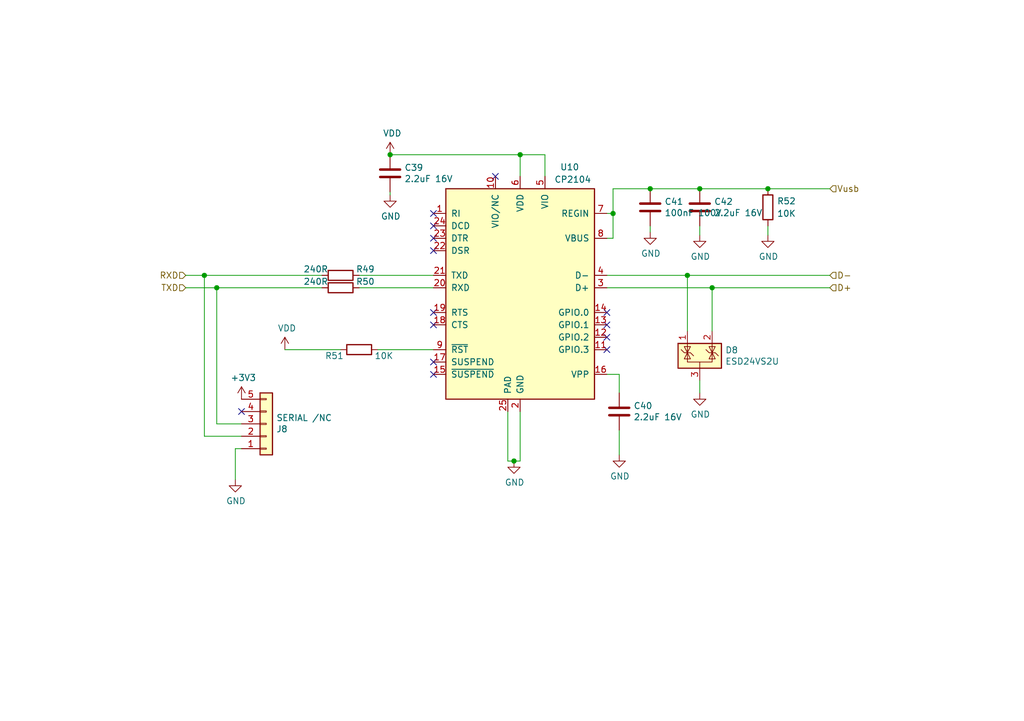
<source format=kicad_sch>
(kicad_sch (version 20230121) (generator eeschema)

  (uuid e795f9ad-d76a-4c10-bd3f-bfa4aa84c527)

  (paper "A5")

  (title_block
    (date "2023-10-19")
    (rev "V0.1")
    (company "teTra")
  )

  (lib_symbols
    (symbol "BMS-Master-rescue:+3.3V-power-BMS-Master-rescue" (power) (pin_names (offset 0)) (in_bom yes) (on_board yes)
      (property "Reference" "#PWR" (at 0 -3.81 0)
        (effects (font (size 1.27 1.27)) hide)
      )
      (property "Value" "+3.3V-power-BMS-Master-rescue" (at 0 3.556 0)
        (effects (font (size 1.27 1.27)))
      )
      (property "Footprint" "" (at 0 0 0)
        (effects (font (size 1.27 1.27)) hide)
      )
      (property "Datasheet" "" (at 0 0 0)
        (effects (font (size 1.27 1.27)) hide)
      )
      (symbol "+3.3V-power-BMS-Master-rescue_0_1"
        (polyline
          (pts
            (xy -0.762 1.27)
            (xy 0 2.54)
          )
          (stroke (width 0) (type solid))
          (fill (type none))
        )
        (polyline
          (pts
            (xy 0 0)
            (xy 0 2.54)
          )
          (stroke (width 0) (type solid))
          (fill (type none))
        )
        (polyline
          (pts
            (xy 0 2.54)
            (xy 0.762 1.27)
          )
          (stroke (width 0) (type solid))
          (fill (type none))
        )
      )
      (symbol "+3.3V-power-BMS-Master-rescue_1_1"
        (pin power_in line (at 0 0 90) (length 0) hide
          (name "+3V3" (effects (font (size 1.27 1.27))))
          (number "1" (effects (font (size 1.27 1.27))))
        )
      )
    )
    (symbol "BMS-Master-rescue:C-Device" (pin_numbers hide) (pin_names (offset 0.254)) (in_bom yes) (on_board yes)
      (property "Reference" "C" (at 0.635 2.54 0)
        (effects (font (size 1.27 1.27)) (justify left))
      )
      (property "Value" "Device_C" (at 0.635 -2.54 0)
        (effects (font (size 1.27 1.27)) (justify left))
      )
      (property "Footprint" "" (at 0.9652 -3.81 0)
        (effects (font (size 1.27 1.27)) hide)
      )
      (property "Datasheet" "" (at 0 0 0)
        (effects (font (size 1.27 1.27)) hide)
      )
      (property "ki_fp_filters" "C_*" (at 0 0 0)
        (effects (font (size 1.27 1.27)) hide)
      )
      (symbol "C-Device_0_1"
        (polyline
          (pts
            (xy -2.032 -0.762)
            (xy 2.032 -0.762)
          )
          (stroke (width 0.508) (type solid))
          (fill (type none))
        )
        (polyline
          (pts
            (xy -2.032 0.762)
            (xy 2.032 0.762)
          )
          (stroke (width 0.508) (type solid))
          (fill (type none))
        )
      )
      (symbol "C-Device_1_1"
        (pin passive line (at 0 3.81 270) (length 2.794)
          (name "~" (effects (font (size 1.27 1.27))))
          (number "1" (effects (font (size 1.27 1.27))))
        )
        (pin passive line (at 0 -3.81 90) (length 2.794)
          (name "~" (effects (font (size 1.27 1.27))))
          (number "2" (effects (font (size 1.27 1.27))))
        )
      )
    )
    (symbol "BMS-Master-rescue:CP2104-Interface_USB" (pin_names (offset 1.016)) (in_bom yes) (on_board yes)
      (property "Reference" "U" (at -7.62 23.495 0)
        (effects (font (size 1.27 1.27)) (justify right))
      )
      (property "Value" "Interface_USB_CP2104" (at -7.62 21.59 0)
        (effects (font (size 1.27 1.27)) (justify right))
      )
      (property "Footprint" "Package_DFN_QFN:QFN-24-1EP_4x4mm_P0.5mm_EP2.6x2.6mm" (at 3.81 -24.13 0)
        (effects (font (size 1.27 1.27)) (justify left) hide)
      )
      (property "Datasheet" "" (at -13.97 31.75 0)
        (effects (font (size 1.27 1.27)) hide)
      )
      (property "ki_fp_filters" "QFN*4x4mm*P0.5mm*" (at 0 0 0)
        (effects (font (size 1.27 1.27)) hide)
      )
      (symbol "CP2104-Interface_USB_0_1"
        (rectangle (start -15.24 20.32) (end 15.24 -22.86)
          (stroke (width 0.254) (type solid))
          (fill (type background))
        )
      )
      (symbol "CP2104-Interface_USB_1_1"
        (pin input line (at 17.78 15.24 180) (length 2.54)
          (name "RI" (effects (font (size 1.27 1.27))))
          (number "1" (effects (font (size 1.27 1.27))))
        )
        (pin power_out line (at 5.08 22.86 270) (length 2.54)
          (name "VIO/NC" (effects (font (size 1.27 1.27))))
          (number "10" (effects (font (size 1.27 1.27))))
        )
        (pin bidirectional line (at -17.78 -12.7 0) (length 2.54)
          (name "GPIO.3" (effects (font (size 1.27 1.27))))
          (number "11" (effects (font (size 1.27 1.27))))
        )
        (pin bidirectional line (at -17.78 -10.16 0) (length 2.54)
          (name "GPIO.2" (effects (font (size 1.27 1.27))))
          (number "12" (effects (font (size 1.27 1.27))))
        )
        (pin bidirectional line (at -17.78 -7.62 0) (length 2.54)
          (name "GPIO.1" (effects (font (size 1.27 1.27))))
          (number "13" (effects (font (size 1.27 1.27))))
        )
        (pin bidirectional line (at -17.78 -5.08 0) (length 2.54)
          (name "GPIO.0" (effects (font (size 1.27 1.27))))
          (number "14" (effects (font (size 1.27 1.27))))
        )
        (pin output line (at 17.78 -17.78 180) (length 2.54)
          (name "~{SUSPEND}" (effects (font (size 1.27 1.27))))
          (number "15" (effects (font (size 1.27 1.27))))
        )
        (pin passive line (at -17.78 -17.78 0) (length 2.54)
          (name "VPP" (effects (font (size 1.27 1.27))))
          (number "16" (effects (font (size 1.27 1.27))))
        )
        (pin output line (at 17.78 -15.24 180) (length 2.54)
          (name "SUSPEND" (effects (font (size 1.27 1.27))))
          (number "17" (effects (font (size 1.27 1.27))))
        )
        (pin input line (at 17.78 -7.62 180) (length 2.54)
          (name "CTS" (effects (font (size 1.27 1.27))))
          (number "18" (effects (font (size 1.27 1.27))))
        )
        (pin output line (at 17.78 -5.08 180) (length 2.54)
          (name "RTS" (effects (font (size 1.27 1.27))))
          (number "19" (effects (font (size 1.27 1.27))))
        )
        (pin power_in line (at 0 -25.4 90) (length 2.54)
          (name "GND" (effects (font (size 1.27 1.27))))
          (number "2" (effects (font (size 1.27 1.27))))
        )
        (pin input line (at 17.78 0 180) (length 2.54)
          (name "RXD" (effects (font (size 1.27 1.27))))
          (number "20" (effects (font (size 1.27 1.27))))
        )
        (pin output line (at 17.78 2.54 180) (length 2.54)
          (name "TXD" (effects (font (size 1.27 1.27))))
          (number "21" (effects (font (size 1.27 1.27))))
        )
        (pin input line (at 17.78 7.62 180) (length 2.54)
          (name "DSR" (effects (font (size 1.27 1.27))))
          (number "22" (effects (font (size 1.27 1.27))))
        )
        (pin output line (at 17.78 10.16 180) (length 2.54)
          (name "DTR" (effects (font (size 1.27 1.27))))
          (number "23" (effects (font (size 1.27 1.27))))
        )
        (pin input line (at 17.78 12.7 180) (length 2.54)
          (name "DCD" (effects (font (size 1.27 1.27))))
          (number "24" (effects (font (size 1.27 1.27))))
        )
        (pin power_in line (at 2.54 -25.4 90) (length 2.54)
          (name "PAD" (effects (font (size 1.27 1.27))))
          (number "25" (effects (font (size 1.27 1.27))))
        )
        (pin bidirectional line (at -17.78 0 0) (length 2.54)
          (name "D+" (effects (font (size 1.27 1.27))))
          (number "3" (effects (font (size 1.27 1.27))))
        )
        (pin bidirectional line (at -17.78 2.54 0) (length 2.54)
          (name "D-" (effects (font (size 1.27 1.27))))
          (number "4" (effects (font (size 1.27 1.27))))
        )
        (pin power_in line (at -5.08 22.86 270) (length 2.54)
          (name "VIO" (effects (font (size 1.27 1.27))))
          (number "5" (effects (font (size 1.27 1.27))))
        )
        (pin power_in line (at 0 22.86 270) (length 2.54)
          (name "VDD" (effects (font (size 1.27 1.27))))
          (number "6" (effects (font (size 1.27 1.27))))
        )
        (pin power_in line (at -17.78 15.24 0) (length 2.54)
          (name "REGIN" (effects (font (size 1.27 1.27))))
          (number "7" (effects (font (size 1.27 1.27))))
        )
        (pin input line (at -17.78 10.16 0) (length 2.54)
          (name "VBUS" (effects (font (size 1.27 1.27))))
          (number "8" (effects (font (size 1.27 1.27))))
        )
        (pin bidirectional line (at 17.78 -12.7 180) (length 2.54)
          (name "~{RST}" (effects (font (size 1.27 1.27))))
          (number "9" (effects (font (size 1.27 1.27))))
        )
      )
    )
    (symbol "BMS-Master-rescue:Conn_01x05-Connector_Generic-BMS-Master-rescue" (pin_names (offset 1.016) hide) (in_bom yes) (on_board yes)
      (property "Reference" "J" (at 0 7.62 0)
        (effects (font (size 1.27 1.27)))
      )
      (property "Value" "Conn_01x05-Connector_Generic-BMS-Master-rescue" (at 0 -7.62 0)
        (effects (font (size 1.27 1.27)))
      )
      (property "Footprint" "" (at 0 0 0)
        (effects (font (size 1.27 1.27)) hide)
      )
      (property "Datasheet" "" (at 0 0 0)
        (effects (font (size 1.27 1.27)) hide)
      )
      (property "ki_fp_filters" "Connector*:*_1x??_*" (at 0 0 0)
        (effects (font (size 1.27 1.27)) hide)
      )
      (symbol "Conn_01x05-Connector_Generic-BMS-Master-rescue_1_1"
        (rectangle (start -1.27 -4.953) (end 0 -5.207)
          (stroke (width 0.1524) (type solid))
          (fill (type none))
        )
        (rectangle (start -1.27 -2.413) (end 0 -2.667)
          (stroke (width 0.1524) (type solid))
          (fill (type none))
        )
        (rectangle (start -1.27 0.127) (end 0 -0.127)
          (stroke (width 0.1524) (type solid))
          (fill (type none))
        )
        (rectangle (start -1.27 2.667) (end 0 2.413)
          (stroke (width 0.1524) (type solid))
          (fill (type none))
        )
        (rectangle (start -1.27 5.207) (end 0 4.953)
          (stroke (width 0.1524) (type solid))
          (fill (type none))
        )
        (rectangle (start -1.27 6.35) (end 1.27 -6.35)
          (stroke (width 0.254) (type solid))
          (fill (type background))
        )
        (pin passive line (at -5.08 5.08 0) (length 3.81)
          (name "Pin_1" (effects (font (size 1.27 1.27))))
          (number "1" (effects (font (size 1.27 1.27))))
        )
        (pin passive line (at -5.08 2.54 0) (length 3.81)
          (name "Pin_2" (effects (font (size 1.27 1.27))))
          (number "2" (effects (font (size 1.27 1.27))))
        )
        (pin passive line (at -5.08 0 0) (length 3.81)
          (name "Pin_3" (effects (font (size 1.27 1.27))))
          (number "3" (effects (font (size 1.27 1.27))))
        )
        (pin passive line (at -5.08 -2.54 0) (length 3.81)
          (name "Pin_4" (effects (font (size 1.27 1.27))))
          (number "4" (effects (font (size 1.27 1.27))))
        )
        (pin passive line (at -5.08 -5.08 0) (length 3.81)
          (name "Pin_5" (effects (font (size 1.27 1.27))))
          (number "5" (effects (font (size 1.27 1.27))))
        )
      )
    )
    (symbol "Device:R" (pin_numbers hide) (pin_names (offset 0)) (in_bom yes) (on_board yes)
      (property "Reference" "R" (at 2.032 0 90)
        (effects (font (size 1.27 1.27)))
      )
      (property "Value" "R" (at 0 0 90)
        (effects (font (size 1.27 1.27)))
      )
      (property "Footprint" "" (at -1.778 0 90)
        (effects (font (size 1.27 1.27)) hide)
      )
      (property "Datasheet" "~" (at 0 0 0)
        (effects (font (size 1.27 1.27)) hide)
      )
      (property "ki_keywords" "R res resistor" (at 0 0 0)
        (effects (font (size 1.27 1.27)) hide)
      )
      (property "ki_description" "Resistor" (at 0 0 0)
        (effects (font (size 1.27 1.27)) hide)
      )
      (property "ki_fp_filters" "R_*" (at 0 0 0)
        (effects (font (size 1.27 1.27)) hide)
      )
      (symbol "R_0_1"
        (rectangle (start -1.016 -2.54) (end 1.016 2.54)
          (stroke (width 0.254) (type default))
          (fill (type none))
        )
      )
      (symbol "R_1_1"
        (pin passive line (at 0 3.81 270) (length 1.27)
          (name "~" (effects (font (size 1.27 1.27))))
          (number "1" (effects (font (size 1.27 1.27))))
        )
        (pin passive line (at 0 -3.81 90) (length 1.27)
          (name "~" (effects (font (size 1.27 1.27))))
          (number "2" (effects (font (size 1.27 1.27))))
        )
      )
    )
    (symbol "Power_Protection:SZNUP2105L" (pin_names hide) (in_bom yes) (on_board yes)
      (property "Reference" "D" (at 5.715 2.54 0)
        (effects (font (size 1.27 1.27)) (justify left))
      )
      (property "Value" "SZNUP2105L" (at 5.715 0.635 0)
        (effects (font (size 1.27 1.27)) (justify left))
      )
      (property "Footprint" "Package_TO_SOT_SMD:SOT-23" (at 5.715 -1.27 0)
        (effects (font (size 1.27 1.27)) (justify left) hide)
      )
      (property "Datasheet" "http://www.onsemi.com/pub_link/Collateral/NUP2105L-D.PDF" (at 3.175 3.175 0)
        (effects (font (size 1.27 1.27)) hide)
      )
      (property "ki_keywords" "can esd protection suppression transient automotive" (at 0 0 0)
        (effects (font (size 1.27 1.27)) hide)
      )
      (property "ki_description" "Dual Line CAN Bus Protector, 24Vrwm, Automotive Grade" (at 0 0 0)
        (effects (font (size 1.27 1.27)) hide)
      )
      (property "ki_fp_filters" "SOT?23*" (at 0 0 0)
        (effects (font (size 1.27 1.27)) hide)
      )
      (symbol "SZNUP2105L_0_0"
        (pin passive line (at 0 -5.08 90) (length 2.54)
          (name "A" (effects (font (size 1.27 1.27))))
          (number "3" (effects (font (size 1.27 1.27))))
        )
      )
      (symbol "SZNUP2105L_0_1"
        (rectangle (start -4.445 2.54) (end 4.445 -2.54)
          (stroke (width 0.254) (type default))
          (fill (type background))
        )
        (polyline
          (pts
            (xy -2.54 2.54)
            (xy -2.54 0.635)
          )
          (stroke (width 0) (type default))
          (fill (type none))
        )
        (polyline
          (pts
            (xy 0 -1.27)
            (xy 0 -2.54)
          )
          (stroke (width 0) (type default))
          (fill (type none))
        )
        (polyline
          (pts
            (xy 2.54 2.54)
            (xy 2.54 0.635)
          )
          (stroke (width 0) (type default))
          (fill (type none))
        )
        (polyline
          (pts
            (xy -3.81 1.27)
            (xy -3.175 0.635)
            (xy -1.905 0.635)
            (xy -1.27 0)
          )
          (stroke (width 0) (type default))
          (fill (type none))
        )
        (polyline
          (pts
            (xy -2.54 0.635)
            (xy -2.54 -1.27)
            (xy 2.54 -1.27)
            (xy 2.54 0.635)
          )
          (stroke (width 0) (type default))
          (fill (type none))
        )
        (polyline
          (pts
            (xy -2.54 0.635)
            (xy -1.905 -0.635)
            (xy -3.175 -0.635)
            (xy -2.54 0.635)
          )
          (stroke (width 0) (type default))
          (fill (type none))
        )
        (polyline
          (pts
            (xy 2.54 0.635)
            (xy 1.905 -0.635)
            (xy 3.175 -0.635)
            (xy 2.54 0.635)
          )
          (stroke (width 0) (type default))
          (fill (type none))
        )
        (polyline
          (pts
            (xy 2.54 0.635)
            (xy 3.175 1.905)
            (xy 1.905 1.905)
            (xy 2.54 0.635)
          )
          (stroke (width 0) (type default))
          (fill (type none))
        )
        (polyline
          (pts
            (xy -2.54 0.635)
            (xy -3.175 1.905)
            (xy -1.905 1.905)
            (xy -2.54 0.635)
            (xy -2.54 1.27)
          )
          (stroke (width 0) (type default))
          (fill (type none))
        )
        (polyline
          (pts
            (xy 1.27 1.27)
            (xy 1.905 0.635)
            (xy 2.54 0.635)
            (xy 3.175 0.635)
            (xy 3.81 0)
          )
          (stroke (width 0) (type default))
          (fill (type none))
        )
      )
      (symbol "SZNUP2105L_1_1"
        (pin passive line (at -2.54 5.08 270) (length 2.54)
          (name "K" (effects (font (size 1.27 1.27))))
          (number "1" (effects (font (size 1.27 1.27))))
        )
        (pin passive line (at 2.54 5.08 270) (length 2.54)
          (name "K" (effects (font (size 1.27 1.27))))
          (number "2" (effects (font (size 1.27 1.27))))
        )
      )
    )
    (symbol "power:GND" (power) (pin_names (offset 0)) (in_bom yes) (on_board yes)
      (property "Reference" "#PWR" (at 0 -6.35 0)
        (effects (font (size 1.27 1.27)) hide)
      )
      (property "Value" "GND" (at 0 -3.81 0)
        (effects (font (size 1.27 1.27)))
      )
      (property "Footprint" "" (at 0 0 0)
        (effects (font (size 1.27 1.27)) hide)
      )
      (property "Datasheet" "" (at 0 0 0)
        (effects (font (size 1.27 1.27)) hide)
      )
      (property "ki_keywords" "global power" (at 0 0 0)
        (effects (font (size 1.27 1.27)) hide)
      )
      (property "ki_description" "Power symbol creates a global label with name \"GND\" , ground" (at 0 0 0)
        (effects (font (size 1.27 1.27)) hide)
      )
      (symbol "GND_0_1"
        (polyline
          (pts
            (xy 0 0)
            (xy 0 -1.27)
            (xy 1.27 -1.27)
            (xy 0 -2.54)
            (xy -1.27 -1.27)
            (xy 0 -1.27)
          )
          (stroke (width 0) (type default))
          (fill (type none))
        )
      )
      (symbol "GND_1_1"
        (pin power_in line (at 0 0 270) (length 0) hide
          (name "GND" (effects (font (size 1.27 1.27))))
          (number "1" (effects (font (size 1.27 1.27))))
        )
      )
    )
    (symbol "power:VDD" (power) (pin_names (offset 0)) (in_bom yes) (on_board yes)
      (property "Reference" "#PWR" (at 0 -3.81 0)
        (effects (font (size 1.27 1.27)) hide)
      )
      (property "Value" "VDD" (at 0 3.81 0)
        (effects (font (size 1.27 1.27)))
      )
      (property "Footprint" "" (at 0 0 0)
        (effects (font (size 1.27 1.27)) hide)
      )
      (property "Datasheet" "" (at 0 0 0)
        (effects (font (size 1.27 1.27)) hide)
      )
      (property "ki_keywords" "global power" (at 0 0 0)
        (effects (font (size 1.27 1.27)) hide)
      )
      (property "ki_description" "Power symbol creates a global label with name \"VDD\"" (at 0 0 0)
        (effects (font (size 1.27 1.27)) hide)
      )
      (symbol "VDD_0_1"
        (polyline
          (pts
            (xy -0.762 1.27)
            (xy 0 2.54)
          )
          (stroke (width 0) (type default))
          (fill (type none))
        )
        (polyline
          (pts
            (xy 0 0)
            (xy 0 2.54)
          )
          (stroke (width 0) (type default))
          (fill (type none))
        )
        (polyline
          (pts
            (xy 0 2.54)
            (xy 0.762 1.27)
          )
          (stroke (width 0) (type default))
          (fill (type none))
        )
      )
      (symbol "VDD_1_1"
        (pin power_in line (at 0 0 90) (length 0) hide
          (name "VDD" (effects (font (size 1.27 1.27))))
          (number "1" (effects (font (size 1.27 1.27))))
        )
      )
    )
  )

  (junction (at 133.35 38.735) (diameter 0) (color 0 0 0 0)
    (uuid 49f7adad-ae59-43d7-99cc-a477fdba50d2)
  )
  (junction (at 140.97 56.515) (diameter 0) (color 0 0 0 0)
    (uuid 4c55c70b-2b4a-4c93-974f-aa24f5b1ba00)
  )
  (junction (at 41.91 56.515) (diameter 0) (color 0 0 0 0)
    (uuid 6aa5b382-ea6b-46ab-abc5-b8df5465138a)
  )
  (junction (at 105.41 94.615) (diameter 0) (color 0 0 0 0)
    (uuid 77a3d58a-85af-4b32-92cd-b6df0692c250)
  )
  (junction (at 80.01 31.75) (diameter 0) (color 0 0 0 0)
    (uuid 7a011cf9-e6a7-4678-8463-a2149461ff89)
  )
  (junction (at 44.45 59.055) (diameter 0) (color 0 0 0 0)
    (uuid 837de5cb-03d2-4817-9651-3d61380ee86d)
  )
  (junction (at 146.05 59.055) (diameter 0) (color 0 0 0 0)
    (uuid 95c21d0f-fcfd-4102-8e1e-1e4287d0e399)
  )
  (junction (at 143.51 38.735) (diameter 0) (color 0 0 0 0)
    (uuid 9f5d0788-8beb-44c3-896d-24049c3f021f)
  )
  (junction (at 106.68 31.75) (diameter 0) (color 0 0 0 0)
    (uuid a8103cb1-c5ea-4201-81b3-109ccb8bd45e)
  )
  (junction (at 125.73 43.815) (diameter 0) (color 0 0 0 0)
    (uuid b728cf3e-a04e-413c-a9ec-74d9c7d1e7f7)
  )
  (junction (at 157.48 38.735) (diameter 0) (color 0 0 0 0)
    (uuid e82c347c-70a0-4026-8133-594673c44de8)
  )

  (no_connect (at 88.9 48.895) (uuid 0644b356-416e-4083-bd79-792e16be587a))
  (no_connect (at 88.9 66.675) (uuid 20f7bc80-91b6-4415-b0c8-bc88dde8f9a1))
  (no_connect (at 88.9 46.355) (uuid 5a65d5f2-e269-4a4c-8e8c-3573e29f9ed6))
  (no_connect (at 88.9 74.295) (uuid 71693afe-56f1-440c-9092-e4f9c1df0ef8))
  (no_connect (at 124.46 69.215) (uuid 84fa9ade-4bf3-4f4c-b78d-3db0b6504e90))
  (no_connect (at 49.53 84.455) (uuid 998356ae-f0f6-492d-ab09-46142e26e152))
  (no_connect (at 124.46 64.135) (uuid 9cbbc4b1-2725-4c43-83e3-f01311bb9207))
  (no_connect (at 101.6 36.195) (uuid a0f38263-f952-435d-9ad5-4cfd77abccdb))
  (no_connect (at 88.9 76.835) (uuid a7d785e7-6fd2-4adb-a540-c1dccdcbc958))
  (no_connect (at 124.46 66.675) (uuid a8443f75-f394-41e4-b2c4-3a2da21140e6))
  (no_connect (at 88.9 43.815) (uuid aa56994f-82e3-4a05-b83c-da207d1e2ac4))
  (no_connect (at 88.9 51.435) (uuid ec78800e-d594-4f49-ad8e-fda0e6efcec9))
  (no_connect (at 88.9 64.135) (uuid f22a8e8c-01d6-4275-8c67-a3d6d286b71f))
  (no_connect (at 124.46 71.755) (uuid fffe9f46-802a-4187-b110-76610a27a99a))

  (wire (pts (xy 146.05 59.055) (xy 170.18 59.055))
    (stroke (width 0) (type default))
    (uuid 00481756-2182-49b3-88f5-667db6436ff3)
  )
  (wire (pts (xy 146.05 59.055) (xy 146.05 67.945))
    (stroke (width 0) (type default))
    (uuid 02c7dff0-f252-441b-a304-d01f47d0d9e5)
  )
  (wire (pts (xy 104.14 84.455) (xy 104.14 94.615))
    (stroke (width 0) (type default))
    (uuid 0655d377-b130-4751-a92b-6bcdadfaf5b0)
  )
  (wire (pts (xy 106.68 36.195) (xy 106.68 31.75))
    (stroke (width 0) (type default))
    (uuid 067cf2f0-b2d7-49d2-bfd8-56502bf3ca1a)
  )
  (wire (pts (xy 44.45 86.995) (xy 44.45 59.055))
    (stroke (width 0) (type default))
    (uuid 0be27e51-0422-431d-b8c0-32dab0350673)
  )
  (wire (pts (xy 127 80.645) (xy 127 76.835))
    (stroke (width 0) (type default))
    (uuid 16cd0805-2cb3-4eb6-839f-36dfacb78613)
  )
  (wire (pts (xy 80.01 40.005) (xy 80.01 39.37))
    (stroke (width 0) (type default))
    (uuid 17966c93-2d2e-4ea6-b294-56515efb88c5)
  )
  (wire (pts (xy 133.35 46.355) (xy 133.35 47.625))
    (stroke (width 0) (type default))
    (uuid 1e64fb05-b5be-431f-9a19-1f4048466c31)
  )
  (wire (pts (xy 106.68 94.615) (xy 106.68 84.455))
    (stroke (width 0) (type default))
    (uuid 20db3bff-57d6-4236-aee6-77f52f6e2b2d)
  )
  (wire (pts (xy 41.91 56.515) (xy 41.91 89.535))
    (stroke (width 0) (type default))
    (uuid 22a98ff6-efad-4bfa-9602-1463eced5699)
  )
  (wire (pts (xy 106.68 31.75) (xy 111.76 31.75))
    (stroke (width 0) (type default))
    (uuid 2a071e1e-4cf0-4b1b-8c43-0a6d81778563)
  )
  (wire (pts (xy 127 88.265) (xy 127 93.345))
    (stroke (width 0) (type default))
    (uuid 30047aba-a81b-4194-b6b6-5873aed1a008)
  )
  (wire (pts (xy 143.51 48.26) (xy 143.51 46.355))
    (stroke (width 0) (type default))
    (uuid 318a5480-b544-45ad-9986-b49e6da36884)
  )
  (wire (pts (xy 125.73 43.815) (xy 125.73 38.735))
    (stroke (width 0) (type default))
    (uuid 31bc532e-82ef-4617-bc0a-002a126b5f56)
  )
  (wire (pts (xy 170.18 38.735) (xy 157.48 38.735))
    (stroke (width 0) (type default))
    (uuid 36c89833-0a0d-4839-acef-7a23da023670)
  )
  (wire (pts (xy 80.01 31.75) (xy 106.68 31.75))
    (stroke (width 0) (type default))
    (uuid 3809c7b1-4e9d-4118-a901-ccb3cf0df55c)
  )
  (wire (pts (xy 157.48 46.355) (xy 157.48 48.26))
    (stroke (width 0) (type default))
    (uuid 3a2f7e44-e295-4976-b679-7351ff43da86)
  )
  (wire (pts (xy 48.26 98.425) (xy 48.26 92.075))
    (stroke (width 0) (type default))
    (uuid 3b4e04dc-022b-4d61-80b4-db53446935b6)
  )
  (wire (pts (xy 44.45 59.055) (xy 38.1 59.055))
    (stroke (width 0) (type default))
    (uuid 3c45cd10-3c86-4728-baf1-24956a4c5dff)
  )
  (wire (pts (xy 73.66 56.515) (xy 88.9 56.515))
    (stroke (width 0) (type default))
    (uuid 46cc761b-2706-4fe9-91e1-c7366db03fb3)
  )
  (wire (pts (xy 125.73 38.735) (xy 133.35 38.735))
    (stroke (width 0) (type default))
    (uuid 4853dbd7-8f6f-4a7b-a36c-d6f3fe277750)
  )
  (wire (pts (xy 88.9 59.055) (xy 73.66 59.055))
    (stroke (width 0) (type default))
    (uuid 4ba4966e-c9c8-4f29-99a6-8fa9371d0dd8)
  )
  (wire (pts (xy 38.1 56.515) (xy 41.91 56.515))
    (stroke (width 0) (type default))
    (uuid 59eb1016-25ed-4a8d-b7a7-b77d78c0f7c7)
  )
  (wire (pts (xy 140.97 67.945) (xy 140.97 56.515))
    (stroke (width 0) (type default))
    (uuid 5bd6e17a-5aa6-4833-b647-d380a73a3a5d)
  )
  (wire (pts (xy 143.51 78.105) (xy 143.51 80.645))
    (stroke (width 0) (type default))
    (uuid 69e03065-fedb-4eff-bf8f-8d998af7fc1c)
  )
  (wire (pts (xy 48.26 92.075) (xy 49.53 92.075))
    (stroke (width 0) (type default))
    (uuid 7eaaa372-7fa7-4d4c-a571-c2e9502da75e)
  )
  (wire (pts (xy 58.42 71.755) (xy 69.85 71.755))
    (stroke (width 0) (type default))
    (uuid 82884423-dc61-46cb-857b-35c2b75a2e26)
  )
  (wire (pts (xy 124.46 48.895) (xy 125.73 48.895))
    (stroke (width 0) (type default))
    (uuid 8afcc4ff-38b9-47bc-b999-8ef50f825ace)
  )
  (wire (pts (xy 77.47 71.755) (xy 88.9 71.755))
    (stroke (width 0) (type default))
    (uuid 9117b5df-8fa6-4b05-b536-455e993bdea7)
  )
  (wire (pts (xy 41.91 56.515) (xy 66.04 56.515))
    (stroke (width 0) (type default))
    (uuid 9221b307-5e1e-4cd1-985c-8599c3a0d196)
  )
  (wire (pts (xy 41.91 89.535) (xy 49.53 89.535))
    (stroke (width 0) (type default))
    (uuid 9a52ce16-5444-46bc-9d14-e31dc457599a)
  )
  (wire (pts (xy 124.46 59.055) (xy 146.05 59.055))
    (stroke (width 0) (type default))
    (uuid 9ccdba88-3395-4349-a8d6-ddaaab561dba)
  )
  (wire (pts (xy 125.73 43.815) (xy 124.46 43.815))
    (stroke (width 0) (type default))
    (uuid 9fea93e4-6dc8-44bb-9466-e59c99356068)
  )
  (wire (pts (xy 124.46 56.515) (xy 140.97 56.515))
    (stroke (width 0) (type default))
    (uuid a111b656-775f-4116-9003-3c9c58a5a6aa)
  )
  (wire (pts (xy 133.35 38.735) (xy 143.51 38.735))
    (stroke (width 0) (type default))
    (uuid a4fdc8a6-0d7a-4132-b66e-468bf40928da)
  )
  (wire (pts (xy 111.76 31.75) (xy 111.76 36.195))
    (stroke (width 0) (type default))
    (uuid bdbb5ff9-4663-434c-8267-3509691bee6d)
  )
  (wire (pts (xy 104.14 94.615) (xy 105.41 94.615))
    (stroke (width 0) (type default))
    (uuid c347bcaa-fd3a-4c7f-b28a-911c49988051)
  )
  (wire (pts (xy 143.51 38.735) (xy 157.48 38.735))
    (stroke (width 0) (type default))
    (uuid c7fbf857-46ae-4404-86b8-f8fe471e5235)
  )
  (wire (pts (xy 49.53 86.995) (xy 44.45 86.995))
    (stroke (width 0) (type default))
    (uuid c99daa72-7687-406c-9427-fbf23f526beb)
  )
  (wire (pts (xy 125.73 48.895) (xy 125.73 43.815))
    (stroke (width 0) (type default))
    (uuid cfe3cc29-dac6-4c73-86ad-2d10c9315aad)
  )
  (wire (pts (xy 140.97 56.515) (xy 170.18 56.515))
    (stroke (width 0) (type default))
    (uuid d04224bb-16d8-4896-adf6-7a192e321668)
  )
  (wire (pts (xy 127 76.835) (xy 124.46 76.835))
    (stroke (width 0) (type default))
    (uuid d175979c-a2aa-48bc-8411-8b34606b13ec)
  )
  (wire (pts (xy 105.41 94.615) (xy 106.68 94.615))
    (stroke (width 0) (type default))
    (uuid f141ff36-70b8-45d9-b009-6da7d16e8416)
  )
  (wire (pts (xy 66.04 59.055) (xy 44.45 59.055))
    (stroke (width 0) (type default))
    (uuid f7ed9eb3-964b-4f6d-bdc2-fafb2e575db5)
  )

  (hierarchical_label "Vusb" (shape input) (at 170.18 38.735 0) (fields_autoplaced)
    (effects (font (size 1.27 1.27)) (justify left))
    (uuid 2678f725-c375-4b32-9c0b-966f6de1f230)
  )
  (hierarchical_label "TXD" (shape input) (at 38.1 59.055 180) (fields_autoplaced)
    (effects (font (size 1.27 1.27)) (justify right))
    (uuid 3195f812-b062-4650-98c0-ed21b43949f4)
  )
  (hierarchical_label "D+" (shape input) (at 170.18 59.055 0) (fields_autoplaced)
    (effects (font (size 1.27 1.27)) (justify left))
    (uuid 7aec2cc4-6109-419b-b38f-9b50b836097c)
  )
  (hierarchical_label "D-" (shape input) (at 170.18 56.515 0) (fields_autoplaced)
    (effects (font (size 1.27 1.27)) (justify left))
    (uuid cf1a13a3-739a-44ec-b448-856f2fa220a3)
  )
  (hierarchical_label "RXD" (shape input) (at 38.1 56.515 180) (fields_autoplaced)
    (effects (font (size 1.27 1.27)) (justify right))
    (uuid e404a9e6-90f1-4592-9942-5040461505bd)
  )

  (symbol (lib_id "BMS-Master-rescue:CP2104-Interface_USB") (at 106.68 59.055 0) (mirror y) (unit 1)
    (in_bom yes) (on_board yes) (dnp no)
    (uuid 00000000-0000-0000-0000-00005c246da5)
    (property "Reference" "U10" (at 116.84 34.29 0)
      (effects (font (size 1.27 1.27)))
    )
    (property "Value" "CP2104" (at 117.475 36.83 0)
      (effects (font (size 1.27 1.27)))
    )
    (property "Footprint" "Package_DFN_QFN:HVQFN-24-1EP_4x4mm_P0.5mm_EP2.6x2.6mm" (at 102.87 83.185 0)
      (effects (font (size 1.27 1.27)) (justify left) hide)
    )
    (property "Datasheet" "https://www.silabs.com/documents/public/data-sheets/cp2104.pdf" (at 120.65 27.305 0)
      (effects (font (size 1.27 1.27)) hide)
    )
    (property "MPN" "CP2104-F03-GM" (at 106.68 59.055 0)
      (effects (font (size 1.27 1.27)) hide)
    )
    (property "Link" "https://www.digikey.jp/en/products/detail/silicon-labs/CP2104-F03-GM/2486177" (at 106.68 59.055 0)
      (effects (font (size 1.27 1.27)) hide)
    )
    (property "Description" "USB Bridge, USB to UART USB 2.0 UART Interface 24-QFN (4x4)" (at 106.68 59.055 0)
      (effects (font (size 1.27 1.27)) hide)
    )
    (pin "1" (uuid 915e8b20-9817-4611-ac75-2929e4b704ab))
    (pin "10" (uuid 93dc1b86-b252-478a-8b45-6ff601a2feb1))
    (pin "11" (uuid c3787c89-e756-4aaa-9bce-71ed68f4306c))
    (pin "12" (uuid da77ec15-84ad-4306-835d-8ac3141260f5))
    (pin "13" (uuid 52eaa6f9-1244-4cfb-aa4c-6ad337115ad2))
    (pin "14" (uuid fbfa3f80-e79c-437d-a711-d43b305f201d))
    (pin "15" (uuid a817cf92-159c-4e8b-ab51-6471de3d2acc))
    (pin "16" (uuid 5f53a035-e3d7-483f-a07c-202f45794b64))
    (pin "17" (uuid b2034893-420f-4b6b-a073-98d2cb10f2e4))
    (pin "18" (uuid a0f92ee7-bf7c-4f68-8435-bebc6bc07963))
    (pin "19" (uuid 96bdc10c-141f-4bab-b193-2c97edff7b88))
    (pin "2" (uuid bfb1cac1-33f5-439c-b471-b5424806afc9))
    (pin "20" (uuid e3572260-2ff0-4435-b409-e6a4f6e037b4))
    (pin "21" (uuid 3e6894f0-b160-4246-b173-697164ceb9cb))
    (pin "22" (uuid 30ee4f72-574d-4b9c-873d-d41199861085))
    (pin "23" (uuid a6931c09-4743-4ffe-b324-ace9fff58951))
    (pin "24" (uuid 0c58e624-8f94-4b0f-a4e7-c7e81865c51f))
    (pin "25" (uuid 12634b62-6c9e-477e-8cdd-1247b1e89d15))
    (pin "3" (uuid 336c2d04-d86d-45e7-bb1f-c68a7355eb5b))
    (pin "4" (uuid 4eaad172-d568-4795-9f80-a3999395491e))
    (pin "5" (uuid 8bbec930-85c4-47c1-9a5f-56d627198487))
    (pin "6" (uuid e779db91-1bc2-4248-b3b7-007f4f91251f))
    (pin "7" (uuid 01ae77ce-e23f-45ed-ad8a-ee5f09f0c3ab))
    (pin "8" (uuid 54c8f239-d3ac-4317-9a54-6b118b992476))
    (pin "9" (uuid af82c696-01d9-4ca7-8126-6bbde264d12c))
    (instances
      (project "LTC6811_ESP32_V1.0"
        (path "/6a86ff6f-b159-4c4c-8a40-e732cc82e010/00000000-0000-0000-0000-00005c246ca0"
          (reference "U10") (unit 1)
        )
      )
    )
  )

  (symbol (lib_id "power:GND") (at 105.41 94.615 0) (unit 1)
    (in_bom yes) (on_board yes) (dnp no)
    (uuid 00000000-0000-0000-0000-00005c2e18ab)
    (property "Reference" "#PWR064" (at 105.41 100.965 0)
      (effects (font (size 1.27 1.27)) hide)
    )
    (property "Value" "GND" (at 105.537 99.0092 0)
      (effects (font (size 1.27 1.27)))
    )
    (property "Footprint" "" (at 105.41 94.615 0)
      (effects (font (size 1.27 1.27)) hide)
    )
    (property "Datasheet" "" (at 105.41 94.615 0)
      (effects (font (size 1.27 1.27)) hide)
    )
    (pin "1" (uuid fcf066a3-36c5-40d6-9237-16a4437d7f48))
    (instances
      (project "LTC6811_ESP32_V1.0"
        (path "/6a86ff6f-b159-4c4c-8a40-e732cc82e010/00000000-0000-0000-0000-00005c246ca0"
          (reference "#PWR064") (unit 1)
        )
      )
    )
  )

  (symbol (lib_id "Device:R") (at 69.85 56.515 270) (unit 1)
    (in_bom yes) (on_board yes) (dnp no)
    (uuid 00000000-0000-0000-0000-00005c2e2764)
    (property "Reference" "R49" (at 74.93 55.245 90)
      (effects (font (size 1.27 1.27)))
    )
    (property "Value" "240R" (at 64.77 55.245 90)
      (effects (font (size 1.27 1.27)))
    )
    (property "Footprint" "Resistor_SMD:R_0603_1608Metric" (at 69.85 54.737 90)
      (effects (font (size 1.27 1.27)) hide)
    )
    (property "Datasheet" "https://www.yageo.com/upload/media/product/app/datasheet/rchip/pyu-rc_group_51_rohs_l.pdf" (at 69.85 56.515 0)
      (effects (font (size 1.27 1.27)) hide)
    )
    (property "MPN" "RC0603FR-07240RL" (at 69.85 56.515 0)
      (effects (font (size 1.27 1.27)) hide)
    )
    (property "Description" "240 Ohms ±1% 0.1W, 1/10W Chip Resistor 0603 (1608 Metric) Moisture Resistant Thick Film" (at 69.85 56.515 0)
      (effects (font (size 1.27 1.27)) hide)
    )
    (property "Link" "https://www.digikey.jp/en/products/detail/yageo/RC0603FR-07240RL/727081?s=N4IgTCBcDaIEoGEAMA2JBmAYnAtEg7GACxJwAyIAugL5A" (at 69.85 56.515 0)
      (effects (font (size 1.27 1.27)) hide)
    )
    (pin "1" (uuid a28b2112-0bca-4569-abfb-37dab5e8b1c0))
    (pin "2" (uuid 35d39314-790c-4c47-9e7a-22cdf6a69c34))
    (instances
      (project "LTC6811_ESP32_V1.0"
        (path "/6a86ff6f-b159-4c4c-8a40-e732cc82e010/00000000-0000-0000-0000-00005c246ca0"
          (reference "R49") (unit 1)
        )
      )
    )
  )

  (symbol (lib_id "Device:R") (at 69.85 59.055 270) (unit 1)
    (in_bom yes) (on_board yes) (dnp no)
    (uuid 00000000-0000-0000-0000-00005c2e33f0)
    (property "Reference" "R50" (at 74.93 57.785 90)
      (effects (font (size 1.27 1.27)))
    )
    (property "Value" "240R" (at 64.77 57.785 90)
      (effects (font (size 1.27 1.27)))
    )
    (property "Footprint" "Resistor_SMD:R_0603_1608Metric" (at 69.85 57.277 90)
      (effects (font (size 1.27 1.27)) hide)
    )
    (property "Datasheet" "https://www.yageo.com/upload/media/product/app/datasheet/rchip/pyu-rc_group_51_rohs_l.pdf" (at 69.85 59.055 0)
      (effects (font (size 1.27 1.27)) hide)
    )
    (property "MPN" "RC0603FR-07240RL" (at 69.85 59.055 0)
      (effects (font (size 1.27 1.27)) hide)
    )
    (property "Description" "240 Ohms ±1% 0.1W, 1/10W Chip Resistor 0603 (1608 Metric) Moisture Resistant Thick Film" (at 69.85 59.055 0)
      (effects (font (size 1.27 1.27)) hide)
    )
    (property "Link" "https://www.digikey.jp/en/products/detail/yageo/RC0603FR-07240RL/727081?s=N4IgTCBcDaIEoGEAMA2JBmAYnAtEg7GACxJwAyIAugL5A" (at 69.85 59.055 0)
      (effects (font (size 1.27 1.27)) hide)
    )
    (pin "1" (uuid 64709732-b1e8-4790-9855-8d2c23562cd2))
    (pin "2" (uuid f9f333c0-107c-4295-816b-ec58acc62457))
    (instances
      (project "LTC6811_ESP32_V1.0"
        (path "/6a86ff6f-b159-4c4c-8a40-e732cc82e010/00000000-0000-0000-0000-00005c246ca0"
          (reference "R50") (unit 1)
        )
      )
    )
  )

  (symbol (lib_id "power:GND") (at 143.51 80.645 0) (unit 1)
    (in_bom yes) (on_board yes) (dnp no)
    (uuid 00000000-0000-0000-0000-00005c2fc79c)
    (property "Reference" "#PWR068" (at 143.51 86.995 0)
      (effects (font (size 1.27 1.27)) hide)
    )
    (property "Value" "GND" (at 143.637 85.0392 0)
      (effects (font (size 1.27 1.27)))
    )
    (property "Footprint" "" (at 143.51 80.645 0)
      (effects (font (size 1.27 1.27)) hide)
    )
    (property "Datasheet" "" (at 143.51 80.645 0)
      (effects (font (size 1.27 1.27)) hide)
    )
    (pin "1" (uuid a67554a7-12da-47e3-9db1-fed353286263))
    (instances
      (project "LTC6811_ESP32_V1.0"
        (path "/6a86ff6f-b159-4c4c-8a40-e732cc82e010/00000000-0000-0000-0000-00005c246ca0"
          (reference "#PWR068") (unit 1)
        )
      )
    )
  )

  (symbol (lib_id "Device:R") (at 73.66 71.755 90) (unit 1)
    (in_bom yes) (on_board yes) (dnp no)
    (uuid 00000000-0000-0000-0000-00005c2fd55a)
    (property "Reference" "R51" (at 68.58 73.025 90)
      (effects (font (size 1.27 1.27)))
    )
    (property "Value" "10K" (at 78.74 73.025 90)
      (effects (font (size 1.27 1.27)))
    )
    (property "Footprint" "Resistor_SMD:R_0603_1608Metric" (at 73.66 73.533 90)
      (effects (font (size 1.27 1.27)) hide)
    )
    (property "Datasheet" "https://www.seielect.com/catalog/sei-rmcf_rmcp.pdf" (at 73.66 71.755 0)
      (effects (font (size 1.27 1.27)) hide)
    )
    (property "MPN" "RMCF0603FT10K0" (at 73.66 71.755 0)
      (effects (font (size 1.27 1.27)) hide)
    )
    (property "Description" "10 kOhms ±1% 0.1W, 1/10W Chip Resistor 0603 (1608 Metric) Automotive AEC-Q200 Thick Film" (at 73.66 71.755 0)
      (effects (font (size 1.27 1.27)) hide)
    )
    (property "Link" "https://www.digikey.jp/en/products/detail/stackpole-electronics-inc/RMCF0603FT10K0/1761235?s=N4IgTCBcDaIEoFkDCAxADANjQZhQFQEY0BpNEAXQF8g" (at 73.66 71.755 0)
      (effects (font (size 1.27 1.27)) hide)
    )
    (pin "1" (uuid 68cc7316-e737-41a1-8dcc-dc9154dbf939))
    (pin "2" (uuid 0d44945a-2871-4daa-9e5d-356b6ba692ac))
    (instances
      (project "LTC6811_ESP32_V1.0"
        (path "/6a86ff6f-b159-4c4c-8a40-e732cc82e010/00000000-0000-0000-0000-00005c246ca0"
          (reference "R51") (unit 1)
        )
      )
    )
  )

  (symbol (lib_id "BMS-Master-rescue:C-Device") (at 127 84.455 0) (unit 1)
    (in_bom yes) (on_board yes) (dnp no)
    (uuid 00000000-0000-0000-0000-00005c2fe444)
    (property "Reference" "C40" (at 129.921 83.2866 0)
      (effects (font (size 1.27 1.27)) (justify left))
    )
    (property "Value" "2.2uF 16V" (at 129.921 85.598 0)
      (effects (font (size 1.27 1.27)) (justify left))
    )
    (property "Footprint" "Capacitor_SMD:C_0603_1608Metric" (at 127.9652 88.265 0)
      (effects (font (size 1.27 1.27)) hide)
    )
    (property "Datasheet" "https://connect.kemet.com:7667/gateway/IntelliData-ComponentDocumentation/1.0/download/datasheet/C0603C225K4PACTU" (at 127 84.455 0)
      (effects (font (size 1.27 1.27)) hide)
    )
    (property "MPN" "C0603C225K4PAC7867" (at 127 84.455 0)
      (effects (font (size 1.27 1.27)) hide)
    )
    (property "Description" "2.2 µF ±10% 16V Ceramic Capacitor X5R 0603 (1608 Metric)" (at 127 84.455 0)
      (effects (font (size 1.27 1.27)) hide)
    )
    (property "Link" "https://www.digikey.jp/en/products/detail/kemet/C0603C225K4PAC7867/2200308" (at 127 84.455 0)
      (effects (font (size 1.27 1.27)) hide)
    )
    (pin "1" (uuid 04646a94-e341-40a1-81e4-80f5e5225815))
    (pin "2" (uuid b37b60cd-4ec9-46c8-a512-e1928ac7d33c))
    (instances
      (project "LTC6811_ESP32_V1.0"
        (path "/6a86ff6f-b159-4c4c-8a40-e732cc82e010"
          (reference "C40") (unit 1)
        )
        (path "/6a86ff6f-b159-4c4c-8a40-e732cc82e010/00000000-0000-0000-0000-00005c246ca0"
          (reference "C39") (unit 1)
        )
      )
    )
  )

  (symbol (lib_id "power:GND") (at 127 93.345 0) (unit 1)
    (in_bom yes) (on_board yes) (dnp no)
    (uuid 00000000-0000-0000-0000-00005c2feb38)
    (property "Reference" "#PWR065" (at 127 99.695 0)
      (effects (font (size 1.27 1.27)) hide)
    )
    (property "Value" "GND" (at 127.127 97.7392 0)
      (effects (font (size 1.27 1.27)))
    )
    (property "Footprint" "" (at 127 93.345 0)
      (effects (font (size 1.27 1.27)) hide)
    )
    (property "Datasheet" "" (at 127 93.345 0)
      (effects (font (size 1.27 1.27)) hide)
    )
    (pin "1" (uuid 0f43bf72-2bcf-4724-ac74-b16f13adf979))
    (instances
      (project "LTC6811_ESP32_V1.0"
        (path "/6a86ff6f-b159-4c4c-8a40-e732cc82e010/00000000-0000-0000-0000-00005c246ca0"
          (reference "#PWR065") (unit 1)
        )
      )
    )
  )

  (symbol (lib_id "BMS-Master-rescue:C-Device") (at 80.01 35.56 0) (unit 1)
    (in_bom yes) (on_board yes) (dnp no)
    (uuid 00000000-0000-0000-0000-00005c2feec7)
    (property "Reference" "C39" (at 82.931 34.3916 0)
      (effects (font (size 1.27 1.27)) (justify left))
    )
    (property "Value" "2.2uF 16V" (at 82.931 36.703 0)
      (effects (font (size 1.27 1.27)) (justify left))
    )
    (property "Footprint" "Capacitor_SMD:C_0603_1608Metric" (at 80.9752 39.37 0)
      (effects (font (size 1.27 1.27)) hide)
    )
    (property "Datasheet" "https://connect.kemet.com:7667/gateway/IntelliData-ComponentDocumentation/1.0/download/datasheet/C0603C225K4PACTU" (at 80.01 35.56 0)
      (effects (font (size 1.27 1.27)) hide)
    )
    (property "MPN" "C0603C225K4PAC7867" (at 80.01 35.56 0)
      (effects (font (size 1.27 1.27)) hide)
    )
    (property "Description" "2.2 µF ±10% 16V Ceramic Capacitor X5R 0603 (1608 Metric)" (at 80.01 35.56 0)
      (effects (font (size 1.27 1.27)) hide)
    )
    (property "Link" "https://www.digikey.jp/en/products/detail/kemet/C0603C225K4PAC7867/2200308" (at 80.01 35.56 0)
      (effects (font (size 1.27 1.27)) hide)
    )
    (pin "1" (uuid fe2762c6-da45-4ab4-b5b8-a6e45905076f))
    (pin "2" (uuid 00829a9c-a91b-4d4b-b392-fc7f93abc6bd))
    (instances
      (project "LTC6811_ESP32_V1.0"
        (path "/6a86ff6f-b159-4c4c-8a40-e732cc82e010"
          (reference "C39") (unit 1)
        )
        (path "/6a86ff6f-b159-4c4c-8a40-e732cc82e010/00000000-0000-0000-0000-00005c246ca0"
          (reference "C38") (unit 1)
        )
      )
    )
  )

  (symbol (lib_id "power:GND") (at 80.01 40.005 0) (unit 1)
    (in_bom yes) (on_board yes) (dnp no)
    (uuid 00000000-0000-0000-0000-00005c2ff845)
    (property "Reference" "#PWR063" (at 80.01 46.355 0)
      (effects (font (size 1.27 1.27)) hide)
    )
    (property "Value" "GND" (at 80.137 44.3992 0)
      (effects (font (size 1.27 1.27)))
    )
    (property "Footprint" "" (at 80.01 40.005 0)
      (effects (font (size 1.27 1.27)) hide)
    )
    (property "Datasheet" "" (at 80.01 40.005 0)
      (effects (font (size 1.27 1.27)) hide)
    )
    (pin "1" (uuid 0a534e5b-b8b4-4f09-a268-5f21be8e6fb2))
    (instances
      (project "LTC6811_ESP32_V1.0"
        (path "/6a86ff6f-b159-4c4c-8a40-e732cc82e010/00000000-0000-0000-0000-00005c246ca0"
          (reference "#PWR063") (unit 1)
        )
      )
    )
  )

  (symbol (lib_id "power:VDD") (at 80.01 31.75 0) (unit 1)
    (in_bom yes) (on_board yes) (dnp no)
    (uuid 00000000-0000-0000-0000-00005c3014b2)
    (property "Reference" "#PWR062" (at 80.01 35.56 0)
      (effects (font (size 1.27 1.27)) hide)
    )
    (property "Value" "VDD" (at 80.4418 27.3558 0)
      (effects (font (size 1.27 1.27)))
    )
    (property "Footprint" "" (at 80.01 31.75 0)
      (effects (font (size 1.27 1.27)) hide)
    )
    (property "Datasheet" "" (at 80.01 31.75 0)
      (effects (font (size 1.27 1.27)) hide)
    )
    (pin "1" (uuid f8bf1e28-3463-419f-b17f-f4de0a47b926))
    (instances
      (project "LTC6811_ESP32_V1.0"
        (path "/6a86ff6f-b159-4c4c-8a40-e732cc82e010/00000000-0000-0000-0000-00005c246ca0"
          (reference "#PWR062") (unit 1)
        )
      )
    )
  )

  (symbol (lib_id "power:VDD") (at 58.42 71.755 0) (unit 1)
    (in_bom yes) (on_board yes) (dnp no)
    (uuid 00000000-0000-0000-0000-00005c30198e)
    (property "Reference" "#PWR061" (at 58.42 75.565 0)
      (effects (font (size 1.27 1.27)) hide)
    )
    (property "Value" "VDD" (at 58.8518 67.3608 0)
      (effects (font (size 1.27 1.27)))
    )
    (property "Footprint" "" (at 58.42 71.755 0)
      (effects (font (size 1.27 1.27)) hide)
    )
    (property "Datasheet" "" (at 58.42 71.755 0)
      (effects (font (size 1.27 1.27)) hide)
    )
    (pin "1" (uuid 26780a46-fc95-4697-bdca-676bd4c3d674))
    (instances
      (project "LTC6811_ESP32_V1.0"
        (path "/6a86ff6f-b159-4c4c-8a40-e732cc82e010/00000000-0000-0000-0000-00005c246ca0"
          (reference "#PWR061") (unit 1)
        )
      )
    )
  )

  (symbol (lib_id "BMS-Master-rescue:C-Device") (at 143.51 42.545 0) (unit 1)
    (in_bom yes) (on_board yes) (dnp no)
    (uuid 00000000-0000-0000-0000-00005c302395)
    (property "Reference" "C42" (at 146.431 41.3766 0)
      (effects (font (size 1.27 1.27)) (justify left))
    )
    (property "Value" "2.2uF 16V" (at 146.431 43.688 0)
      (effects (font (size 1.27 1.27)) (justify left))
    )
    (property "Footprint" "Capacitor_SMD:C_0603_1608Metric" (at 144.4752 46.355 0)
      (effects (font (size 1.27 1.27)) hide)
    )
    (property "Datasheet" "https://connect.kemet.com:7667/gateway/IntelliData-ComponentDocumentation/1.0/download/datasheet/C0603C225K4PACTU" (at 143.51 42.545 0)
      (effects (font (size 1.27 1.27)) hide)
    )
    (property "MPN" "C0603C225K4PAC7867" (at 143.51 42.545 0)
      (effects (font (size 1.27 1.27)) hide)
    )
    (property "Description" "2.2 µF ±10% 16V Ceramic Capacitor X5R 0603 (1608 Metric)" (at 143.51 42.545 0)
      (effects (font (size 1.27 1.27)) hide)
    )
    (property "Link" "https://www.digikey.jp/en/products/detail/kemet/C0603C225K4PAC7867/2200308" (at 143.51 42.545 0)
      (effects (font (size 1.27 1.27)) hide)
    )
    (pin "1" (uuid 7a9f5bf7-6de5-4b6a-93c8-49f44f39fd7f))
    (pin "2" (uuid bd3e2657-b0e0-48f9-8a1a-6b6de3eb3364))
    (instances
      (project "LTC6811_ESP32_V1.0"
        (path "/6a86ff6f-b159-4c4c-8a40-e732cc82e010"
          (reference "C42") (unit 1)
        )
        (path "/6a86ff6f-b159-4c4c-8a40-e732cc82e010/00000000-0000-0000-0000-00005c246ca0"
          (reference "C41") (unit 1)
        )
      )
    )
  )

  (symbol (lib_id "BMS-Master-rescue:C-Device") (at 133.35 42.545 0) (unit 1)
    (in_bom yes) (on_board yes) (dnp no)
    (uuid 00000000-0000-0000-0000-00005c3026e1)
    (property "Reference" "C41" (at 136.271 41.3766 0)
      (effects (font (size 1.27 1.27)) (justify left))
    )
    (property "Value" "100nF 100V" (at 136.271 43.688 0)
      (effects (font (size 1.27 1.27)) (justify left))
    )
    (property "Footprint" "Capacitor_SMD:C_0603_1608Metric" (at 134.3152 46.355 0)
      (effects (font (size 1.27 1.27)) hide)
    )
    (property "Datasheet" "https://www.digikey.jp/en/products/detail/samsung-electro-mechanics/CL10B104KC8NNNC/5961291?s=N4IgTCBcDaIMIBkCMAGAQqgLAaTgDgDki4AdEkAXQF8g" (at 133.35 42.545 0)
      (effects (font (size 1.27 1.27)) hide)
    )
    (property "MPN" "CL10B104KC8NNNC" (at 133.35 42.545 0)
      (effects (font (size 1.27 1.27)) hide)
    )
    (property "Description" "0.1 µF ±10% 100V Ceramic Capacitor X7R 0603 (1608 Metric)" (at 133.35 42.545 0)
      (effects (font (size 1.27 1.27)) hide)
    )
    (property "Link" "https://www.digikey.jp/en/products/detail/samsung-electro-mechanics/CL10B104KC8NNNC/5961291?s=N4IgTCBcDaIMIBkCMAGAQqgLAaTgDgDki4QBdAXyA" (at 133.35 42.545 0)
      (effects (font (size 1.27 1.27)) hide)
    )
    (pin "1" (uuid 38ea4dd9-d894-4ea1-89d8-da68315a4257))
    (pin "2" (uuid 3ee137eb-abe0-4079-8831-f70e660a0846))
    (instances
      (project "LTC6811_ESP32_V1.0"
        (path "/6a86ff6f-b159-4c4c-8a40-e732cc82e010"
          (reference "C41") (unit 1)
        )
        (path "/6a86ff6f-b159-4c4c-8a40-e732cc82e010/00000000-0000-0000-0000-00005c246ca0"
          (reference "C40") (unit 1)
        )
      )
    )
  )

  (symbol (lib_id "Device:R") (at 157.48 42.545 0) (unit 1)
    (in_bom yes) (on_board yes) (dnp no)
    (uuid 00000000-0000-0000-0000-00005c304bd5)
    (property "Reference" "R52" (at 161.29 41.275 0)
      (effects (font (size 1.27 1.27)))
    )
    (property "Value" "10K" (at 161.29 43.815 0)
      (effects (font (size 1.27 1.27)))
    )
    (property "Footprint" "Resistor_SMD:R_0603_1608Metric" (at 155.702 42.545 90)
      (effects (font (size 1.27 1.27)) hide)
    )
    (property "Datasheet" "https://www.seielect.com/catalog/sei-rmcf_rmcp.pdf" (at 157.48 42.545 0)
      (effects (font (size 1.27 1.27)) hide)
    )
    (property "MPN" "RMCF0603FT10K0" (at 157.48 42.545 0)
      (effects (font (size 1.27 1.27)) hide)
    )
    (property "Description" "10 kOhms ±1% 0.1W, 1/10W Chip Resistor 0603 (1608 Metric) Automotive AEC-Q200 Thick Film" (at 157.48 42.545 0)
      (effects (font (size 1.27 1.27)) hide)
    )
    (property "Link" "https://www.digikey.jp/en/products/detail/stackpole-electronics-inc/RMCF0603FT10K0/1761235?s=N4IgTCBcDaIEoFkDCAxADANjQZhQFQEY0BpNEAXQF8g" (at 157.48 42.545 0)
      (effects (font (size 1.27 1.27)) hide)
    )
    (pin "1" (uuid 86006f4d-a272-4f26-a804-6c0484996ea3))
    (pin "2" (uuid 356a449c-e05e-436c-86d7-fb99b2d28c77))
    (instances
      (project "LTC6811_ESP32_V1.0"
        (path "/6a86ff6f-b159-4c4c-8a40-e732cc82e010/00000000-0000-0000-0000-00005c246ca0"
          (reference "R52") (unit 1)
        )
      )
    )
  )

  (symbol (lib_id "power:GND") (at 133.35 47.625 0) (unit 1)
    (in_bom yes) (on_board yes) (dnp no)
    (uuid 00000000-0000-0000-0000-00005c305761)
    (property "Reference" "#PWR066" (at 133.35 53.975 0)
      (effects (font (size 1.27 1.27)) hide)
    )
    (property "Value" "GND" (at 133.477 52.0192 0)
      (effects (font (size 1.27 1.27)))
    )
    (property "Footprint" "" (at 133.35 47.625 0)
      (effects (font (size 1.27 1.27)) hide)
    )
    (property "Datasheet" "" (at 133.35 47.625 0)
      (effects (font (size 1.27 1.27)) hide)
    )
    (pin "1" (uuid 56496aad-d4d3-40b0-b164-1ea336fb762c))
    (instances
      (project "LTC6811_ESP32_V1.0"
        (path "/6a86ff6f-b159-4c4c-8a40-e732cc82e010/00000000-0000-0000-0000-00005c246ca0"
          (reference "#PWR066") (unit 1)
        )
      )
    )
  )

  (symbol (lib_id "power:GND") (at 143.51 48.26 0) (unit 1)
    (in_bom yes) (on_board yes) (dnp no)
    (uuid 00000000-0000-0000-0000-00005c30598a)
    (property "Reference" "#PWR067" (at 143.51 54.61 0)
      (effects (font (size 1.27 1.27)) hide)
    )
    (property "Value" "GND" (at 143.637 52.6542 0)
      (effects (font (size 1.27 1.27)))
    )
    (property "Footprint" "" (at 143.51 48.26 0)
      (effects (font (size 1.27 1.27)) hide)
    )
    (property "Datasheet" "" (at 143.51 48.26 0)
      (effects (font (size 1.27 1.27)) hide)
    )
    (pin "1" (uuid 99fd12ec-5df4-4601-95b7-fea75c482f96))
    (instances
      (project "LTC6811_ESP32_V1.0"
        (path "/6a86ff6f-b159-4c4c-8a40-e732cc82e010/00000000-0000-0000-0000-00005c246ca0"
          (reference "#PWR067") (unit 1)
        )
      )
    )
  )

  (symbol (lib_id "power:GND") (at 157.48 48.26 0) (unit 1)
    (in_bom yes) (on_board yes) (dnp no)
    (uuid 00000000-0000-0000-0000-00005c305c03)
    (property "Reference" "#PWR069" (at 157.48 54.61 0)
      (effects (font (size 1.27 1.27)) hide)
    )
    (property "Value" "GND" (at 157.607 52.6542 0)
      (effects (font (size 1.27 1.27)))
    )
    (property "Footprint" "" (at 157.48 48.26 0)
      (effects (font (size 1.27 1.27)) hide)
    )
    (property "Datasheet" "" (at 157.48 48.26 0)
      (effects (font (size 1.27 1.27)) hide)
    )
    (pin "1" (uuid 9807df2e-7c32-44d4-977f-826b7a535aba))
    (instances
      (project "LTC6811_ESP32_V1.0"
        (path "/6a86ff6f-b159-4c4c-8a40-e732cc82e010/00000000-0000-0000-0000-00005c246ca0"
          (reference "#PWR069") (unit 1)
        )
      )
    )
  )

  (symbol (lib_id "BMS-Master-rescue:Conn_01x05-Connector_Generic-BMS-Master-rescue") (at 54.61 86.995 0) (mirror x) (unit 1)
    (in_bom yes) (on_board yes) (dnp no)
    (uuid 00000000-0000-0000-0000-00005dc77758)
    (property "Reference" "J8" (at 56.642 88.0618 0)
      (effects (font (size 1.27 1.27)) (justify left))
    )
    (property "Value" "SERIAL /NC" (at 56.642 85.7504 0)
      (effects (font (size 1.27 1.27)) (justify left))
    )
    (property "Footprint" "Connector_PinHeader_2.54mm:PinHeader_1x05_P2.54mm_Vertical" (at 54.61 86.995 0)
      (effects (font (size 1.27 1.27)) hide)
    )
    (property "Datasheet" "" (at 54.61 86.995 0)
      (effects (font (size 1.27 1.27)) hide)
    )
    (property "MPN" "70543-0004" (at 54.61 86.995 0)
      (effects (font (size 1.27 1.27)) hide)
    )
    (pin "1" (uuid 285db89e-dea5-4b1c-a010-52e2343f4a21))
    (pin "2" (uuid 78faa4a3-a4ee-4121-b114-c402773c5225))
    (pin "3" (uuid 605763bf-df1b-44df-86b1-9ba86f7bfec7))
    (pin "4" (uuid 4996c89d-9a22-4713-80a2-cea425da4549))
    (pin "5" (uuid 4df35c1d-3c8e-4e18-ae10-5da923068cb5))
    (instances
      (project "LTC6811_ESP32_V1.0"
        (path "/6a86ff6f-b159-4c4c-8a40-e732cc82e010/00000000-0000-0000-0000-00005c246ca0"
          (reference "J8") (unit 1)
        )
      )
    )
  )

  (symbol (lib_id "power:GND") (at 48.26 98.425 0) (unit 1)
    (in_bom yes) (on_board yes) (dnp no)
    (uuid 00000000-0000-0000-0000-00005dc786af)
    (property "Reference" "#PWR059" (at 48.26 104.775 0)
      (effects (font (size 1.27 1.27)) hide)
    )
    (property "Value" "GND" (at 48.387 102.8192 0)
      (effects (font (size 1.27 1.27)))
    )
    (property "Footprint" "" (at 48.26 98.425 0)
      (effects (font (size 1.27 1.27)) hide)
    )
    (property "Datasheet" "" (at 48.26 98.425 0)
      (effects (font (size 1.27 1.27)) hide)
    )
    (pin "1" (uuid 462baca9-fc59-4da2-83b8-7b09dcb1958e))
    (instances
      (project "LTC6811_ESP32_V1.0"
        (path "/6a86ff6f-b159-4c4c-8a40-e732cc82e010/00000000-0000-0000-0000-00005c246ca0"
          (reference "#PWR059") (unit 1)
        )
      )
    )
  )

  (symbol (lib_id "BMS-Master-rescue:+3.3V-power-BMS-Master-rescue") (at 49.53 81.915 0) (unit 1)
    (in_bom yes) (on_board yes) (dnp no)
    (uuid 00000000-0000-0000-0000-00005dc79797)
    (property "Reference" "#PWR060" (at 49.53 85.725 0)
      (effects (font (size 1.27 1.27)) hide)
    )
    (property "Value" "+3.3V" (at 49.911 77.5208 0)
      (effects (font (size 1.27 1.27)))
    )
    (property "Footprint" "" (at 49.53 81.915 0)
      (effects (font (size 1.27 1.27)) hide)
    )
    (property "Datasheet" "" (at 49.53 81.915 0)
      (effects (font (size 1.27 1.27)) hide)
    )
    (pin "1" (uuid b17df61f-b50d-4991-88a4-4a781e441373))
    (instances
      (project "LTC6811_ESP32_V1.0"
        (path "/6a86ff6f-b159-4c4c-8a40-e732cc82e010/00000000-0000-0000-0000-00005c246ca0"
          (reference "#PWR060") (unit 1)
        )
      )
    )
  )

  (symbol (lib_id "Power_Protection:SZNUP2105L") (at 143.51 73.025 0) (unit 1)
    (in_bom yes) (on_board yes) (dnp no)
    (uuid 23b3f103-77e2-4331-8949-f6e8c1c45d08)
    (property "Reference" "D8" (at 148.717 71.8566 0)
      (effects (font (size 1.27 1.27)) (justify left))
    )
    (property "Value" "ESD24VS2U" (at 148.717 74.168 0)
      (effects (font (size 1.27 1.27)) (justify left))
    )
    (property "Footprint" "Package_TO_SOT_SMD:SOT-23" (at 149.225 74.295 0)
      (effects (font (size 1.27 1.27)) (justify left) hide)
    )
    (property "Datasheet" "https://www.infineon.com/dgdl/Infineon-ESD24VS2U-DS-v01_01-en.pdf?fileId=db3a3043340fff53013413a2249d2ff3" (at 146.685 69.85 0)
      (effects (font (size 1.27 1.27)) hide)
    )
    (property "MPN" "ESD24VS2UE6327HTSA1" (at 143.51 73.025 0)
      (effects (font (size 1.27 1.27)) hide)
    )
    (property "Description" "41V Clamp 5A (8/20µs) Ipp Tvs Diode Surface Mount PG-SOT23" (at 143.51 73.025 0)
      (effects (font (size 1.27 1.27)) hide)
    )
    (property "Link" "https://www.digikey.jp/en/products/detail/infineon-technologies/ESD24VS2UE6327HTSA1/1785650" (at 143.51 73.025 0)
      (effects (font (size 1.27 1.27)) hide)
    )
    (pin "3" (uuid 33c7307b-778e-4ffc-805c-0359f5f1522c))
    (pin "1" (uuid 0ea48d1d-e1a7-4f09-856a-6bffb0ad1337))
    (pin "2" (uuid 2aab87ca-6e32-4786-8e25-c82565e11bb2))
    (instances
      (project "LTC6811_ESP32_V1.0"
        (path "/6a86ff6f-b159-4c4c-8a40-e732cc82e010/00000000-0000-0000-0000-00005a91e16c"
          (reference "D8") (unit 1)
        )
        (path "/6a86ff6f-b159-4c4c-8a40-e732cc82e010/00000000-0000-0000-0000-00005c246ca0"
          (reference "D7") (unit 1)
        )
      )
    )
  )
)

</source>
